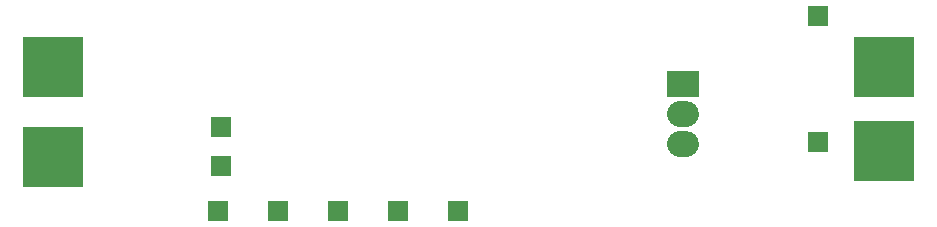
<source format=gbs>
G04 ---------------------------- Layer name :BOTTOM SOLDER LAYER*
G04 EasyEDA v5.4.12, Tue, 22 May 2018 18:49:31 GMT*
G04 d7c983edca6a4b4588ebda3a34a87f28*
G04 Gerber Generator version 0.2*
G04 Scale: 100 percent, Rotated: No, Reflected: No *
G04 Dimensions in millimeters *
G04 leading zeros omitted , absolute positions ,3 integer and 3 decimal *
%FSLAX33Y33*%
%MOMM*%
G90*
G71D02*

%ADD33C,2.203201*%
%ADD34R,2.703200X2.203201*%
%ADD35R,1.778000X1.778000*%
%ADD36R,1.778000X1.778254*%
%ADD37R,5.203190X5.203190*%
%ADD38R,1.778254X1.778254*%

%LPD*%
G54D33*
G01X57145Y11557D02*
G01X56646Y11557D01*
G01X57145Y14097D02*
G01X56646Y14097D01*
G54D34*
G01X56896Y16637D03*
G54D35*
G01X27686Y5842D03*
G01X32766Y5842D03*
G01X22606Y5842D03*
G54D36*
G01X37846Y5842D03*
G54D35*
G01X17526Y5842D03*
G54D37*
G01X3556Y10414D03*
G01X3556Y18034D03*
G01X73914Y18034D03*
G01X73914Y10922D03*
G54D38*
G01X68326Y22352D03*
G01X17780Y12954D03*
G01X17780Y9652D03*
G01X68326Y11684D03*
M00*
M02*

</source>
